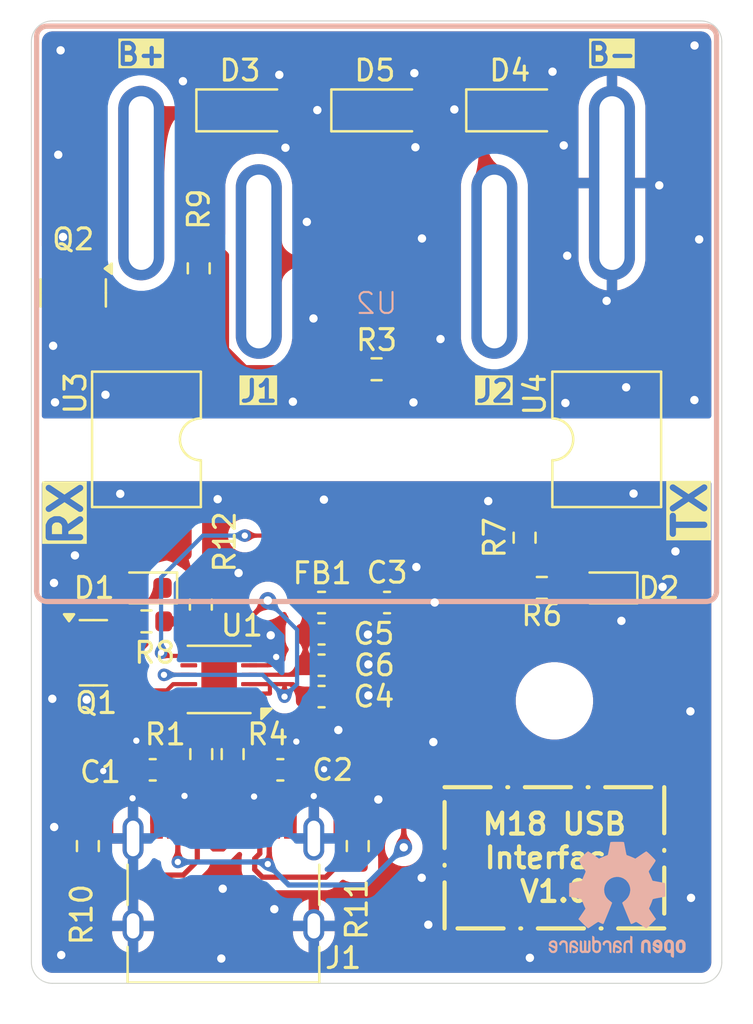
<source format=kicad_pcb>
(kicad_pcb (version 20241229) (generator "pcbnew") (generator_version "9.0")
  (layers (0 "F.Cu" signal) (2 "B.Cu" signal) (13 "F.Paste" user) (15 "B.Paste" user) (5 "F.SilkS" user "F.Silkscreen") (7 "B.SilkS" user "B.Silkscreen") (1 "F.Mask" user) (3 "B.Mask" user) (25 "Edge.Cuts" user))
  (net 0 "")
  (net 1 "/USB_DN")
  (net 2 "GND")
  (net 3 "/USB_DP")
  (net 4 "/5V_IN")
  (net 5 "+3V3")
  (net 6 "+5V")
  (net 7 "Net-(D1-K)")
  (net 8 "Net-(D1-A)")
  (net 9 "Net-(D2-A)")
  (net 10 "/B+")
  (net 11 "GND_ISO")
  (net 12 "/J2")
  (net 13 "/J1")
  (net 15 "/CC2")
  (net 17 "/CC1")
  (net 18 "/~{RX}")
  (net 19 "Net-(Q2-D)")
  (net 20 "/USB_FT_DP")
  (net 21 "/USB_FT_DM")
  (net 22 "/~{TX}")
  (net 23 "Net-(R7-Pad2)")
  (net 24 "Net-(R9-Pad2)")
  (footprint "Resistor_SMD:R_0603_1608Metric" (layer "F.Cu") (at 107.9 113.1)
    (property "Reference" "R6" (at 0 1.3 0) (layer "F.SilkS"))
    (property "Value" "1k")
    (pad "1" smd roundrect (at -0.825 0) (size 0.8 0.95) (layers "F.Cu" "F.Mask" "F.Paste") (net 22 "/~{TX}"))
    (pad "2" smd roundrect (at 0.825 0) (size 0.8 0.95) (layers "F.Cu" "F.Mask" "F.Paste") (net 9 "Net-(D2-A)"))
  )
  (footprint "Capacitor_SMD:C_0603_1608Metric" (layer "F.Cu") (at 89.3 121.795 180)
    (property "Reference" "C1" (at 2.5 -0.105 0) (layer "F.SilkS"))
    (property "Value" "47pF")
    (pad "1" smd roundrect (at -0.775 0 180) (size 0.9 0.95) (layers "F.Cu" "F.Mask" "F.Paste") (net 1 "/USB_DN"))
    (pad "2" smd roundrect (at 0.775 0 180) (size 0.9 0.95) (layers "F.Cu" "F.Mask" "F.Paste") (net 2 "GND"))
  )
  (footprint "Capacitor_SMD:C_0603_1608Metric" (layer "F.Cu") (at 97.37 115.295)
    (property "Reference" "C5" (at 2.5 0 0) (layer "F.SilkS"))
    (property "Value" "4.7uF")
    (pad "1" smd roundrect (at -0.775 0) (size 0.9 0.95) (layers "F.Cu" "F.Mask" "F.Paste") (net 6 "+5V"))
    (pad "2" smd roundrect (at 0.775 0) (size 0.9 0.95) (layers "F.Cu" "F.Mask" "F.Paste") (net 2 "GND"))
  )
  (footprint "Inductor_SMD:L_0603_1608Metric" (layer "F.Cu") (at 97.37 113.8 180)
    (property "Reference" "FB1" (at -0.03 1.4 0) (layer "F.SilkS"))
    (property "Value" "120Ω@100MHz 2A 50mΩ")
    (pad "1" smd roundrect (at -0.7875 0 180) (size 0.875 0.95) (layers "F.Cu" "F.Mask" "F.Paste") (net 4 "/5V_IN"))
    (pad "2" smd roundrect (at 0.7875 0 180) (size 0.875 0.95) (layers "F.Cu" "F.Mask" "F.Paste") (net 6 "+5V"))
  )
  (footprint "Package_DFN_QFN:WDFN-12-1EP_3x3mm_P0.45mm_EP1.7x2.5mm" (layer "F.Cu") (at 92.475 117.475 180)
    (property "Reference" "U1" (at -1.086869 2.575991 0) (layer "F.SilkS"))
    (property "Value" "FT234XD")
    (pad "1" smd roundrect (at -1.45 -1.125 180) (size 0.8 0.2) (layers "F.Cu" "F.Mask" "F.Paste") (net 21 "/USB_FT_DM"))
    (pad "2" smd roundrect (at -1.45 -0.675 180) (size 0.8 0.2) (layers "F.Cu" "F.Mask" "F.Paste") (net 5 "+3V3"))
    (pad "3" smd roundrect (at -1.45 -0.225 180) (size 0.8 0.2) (layers "F.Cu" "F.Mask" "F.Paste") (net 5 "+3V3"))
    (pad "4" smd roundrect (at -1.45 0.225 180) (size 0.8 0.2) (layers "F.Cu" "F.Mask" "F.Paste") (net 6 "+5V"))
    (pad "5" smd roundrect (at -1.45 0.675 180) (size 0.8 0.2) (layers "F.Cu" "F.Mask" "F.Paste") (net 2 "GND"))
    (pad "6" smd roundrect (at -1.45 1.125 180) (size 0.8 0.2) (layers "F.Cu" "F.Mask" "F.Paste"))
    (pad "7" smd roundrect (at 1.45 1.125 180) (size 0.8 0.2) (layers "F.Cu" "F.Mask" "F.Paste") (net 22 "/~{TX}"))
    (pad "8" smd roundrect (at 1.45 0.675 180) (size 0.8 0.2) (layers "F.Cu" "F.Mask" "F.Paste"))
    (pad "9" smd roundrect (at 1.45 0.225 180) (size 0.8 0.2) (layers "F.Cu" "F.Mask" "F.Paste") (net 5 "+3V3"))
    (pad "10" smd roundrect (at 1.45 -0.225 180) (size 0.8 0.2) (layers "F.Cu" "F.Mask" "F.Paste") (net 18 "/~{RX}"))
    (pad "11" smd roundrect (at 1.45 -0.675 180) (size 0.8 0.2) (layers "F.Cu" "F.Mask" "F.Paste"))
    (pad "12" smd roundrect (at 1.45 -1.125 180) (size 0.8 0.2) (layers "F.Cu" "F.Mask" "F.Paste") (net 20 "/USB_FT_DP"))
    (pad "13" smd rect (at 0 0 180) (size 1.7 2.5) (property pad_prop_heatsink) (layers "F.Cu" "F.Mask") (net 2 "GND"))
  )
  (footprint "Resistor_SMD:R_0603_1608Metric" (layer "F.Cu") (at 91.62 121.045 90)
    (property "Reference" "R1" (at 0.945 -1.72 180) (layer "F.SilkS"))
    (property "Value" "27R")
    (pad "1" smd roundrect (at -0.825 0 90) (size 0.8 0.95) (layers "F.Cu" "F.Mask" "F.Paste") (net 1 "/USB_DN"))
    (pad "2" smd roundrect (at 0.825 0 90) (size 0.8 0.95) (layers "F.Cu" "F.Mask" "F.Paste") (net 20 "/USB_FT_DP"))
  )
  (footprint "Package_TO_SOT_SMD:SOT-23" (layer "F.Cu") (at 86.4625 116.2)
    (property "Reference" "Q1" (at 0.1375 2.4 0) (layer "F.SilkS"))
    (property "Value" "2N7002")
    (pad "1" smd roundrect (at -0.9375 -0.95) (size 1.475 0.6) (layers "F.Cu" "F.Mask" "F.Paste") (net 18 "/~{RX}"))
    (pad "2" smd roundrect (at -0.9375 0.95) (size 1.475 0.6) (layers "F.Cu" "F.Mask" "F.Paste") (net 2 "GND"))
    (pad "3" smd roundrect (at 0.9375 0) (size 1.475 0.6) (layers "F.Cu" "F.Mask" "F.Paste") (net 7 "Net-(D1-K)"))
  )
  (footprint "MountingHole:MountingHole_3.2mm_M3" (layer "F.Cu") (at 108.5 118.5)
    (property "Reference" "REF**" (hide yes))
    (property "Value" "MountingHole_3.2mm_M3")
    (pad "" np_thru_hole circle (at 0 0) (size 3.2 3.2) (drill 3.2) (layers "*.Cu" "*.Mask"))
  )
  (footprint "Capacitor_SMD:C_0603_1608Metric" (layer "F.Cu") (at 100.5 113.8)
    (property "Reference" "C3" (at 0 -1.43 0) (layer "F.SilkS"))
    (property "Value" "10nF")
    (pad "1" smd roundrect (at -0.775 0) (size 0.9 0.95) (layers "F.Cu" "F.Mask" "F.Paste") (net 4 "/5V_IN"))
    (pad "2" smd roundrect (at 0.775 0) (size 0.9 0.95) (layers "F.Cu" "F.Mask" "F.Paste") (net 2 "GND"))
  )
  (footprint "LED_SMD:LED_0603_1608Metric" (layer "F.Cu") (at 88.98 113.1 180)
    (property "Reference" "D1" (at 2.48 0 0) (layer "F.SilkS"))
    (property "Value" "RX")
    (pad "1" smd roundrect (at -0.7875 0 180) (size 0.875 0.95) (layers "F.Cu" "F.Mask" "F.Paste") (net 7 "Net-(D1-K)"))
    (pad "2" smd roundrect (at 0.7875 0 180) (size 0.875 0.95) (layers "F.Cu" "F.Mask" "F.Paste") (net 8 "Net-(D1-A)"))
  )
  (footprint "Capacitor_SMD:C_0603_1608Metric" (layer "F.Cu") (at 97.37 116.795)
    (property "Reference" "C6" (at 2.525 0 0) (layer "F.SilkS"))
    (property "Value" "100nF")
    (pad "1" smd roundrect (at -0.775 0) (size 0.9 0.95) (layers "F.Cu" "F.Mask" "F.Paste") (net 6 "+5V"))
    (pad "2" smd roundrect (at 0.775 0) (size 0.9 0.95) (layers "F.Cu" "F.Mask" "F.Paste") (net 2 "GND"))
  )
  (footprint "LED_SMD:LED_0603_1608Metric" (layer "F.Cu") (at 110.98 113.1 180)
    (property "Reference" "D2" (at -2.52 0 0) (layer "F.SilkS"))
    (property "Value" "TX")
    (pad "1" smd roundrect (at -0.7875 0 180) (size 0.875 0.95) (layers "F.Cu" "F.Mask" "F.Paste") (net 2 "GND"))
    (pad "2" smd roundrect (at 0.7875 0 180) (size 0.875 0.95) (layers "F.Cu" "F.Mask" "F.Paste") (net 9 "Net-(D2-A)"))
  )
  (footprint "Diode_SMD:D_SOD-123F" (layer "F.Cu") (at 93.596276 90.275)
    (property "Reference" "D3" (at -0.127 -1.905 0) (layer "F.SilkS"))
    (property "Value" "SMF26CA")
    (pad "1" smd roundrect (at -1.4 0) (size 1.1 1.1) (layers "F.Cu" "F.Mask" "F.Paste") (roundrect_rratio 0.2272727273) (net 10 "/B+"))
    (pad "2" smd roundrect (at 1.4 0) (size 1.1 1.1) (layers "F.Cu" "F.Mask" "F.Paste") (roundrect_rratio 0.2272727273) (net 11 "GND_ISO"))
  )
  (footprint "Package_DIP:SMDIP-4_W9.53mm" (layer "F.Cu") (at 89 106 -90)
    (property "Reference" "U3" (at -2.209387 3.396124 90) (layer "F.SilkS"))
    (property "Value" "LTV-817S")
    (pad "1" smd roundrect (at -4.765 -1.27 270) (size 2 1.78) (layers "F.Cu" "F.Mask" "F.Paste") (roundrect_rratio 0.140449) (net 24 "Net-(R9-Pad2)"))
    (pad "2" smd roundrect (at -4.765 1.27 270) (size 2 1.78) (layers "F.Cu" "F.Mask" "F.Paste") (roundrect_rratio 0.140449) (net 19 "Net-(Q2-D)"))
    (pad "3" smd roundrect (at 4.765 1.27 270) (size 2 1.78) (layers "F.Cu" "F.Mask" "F.Paste") (roundrect_rratio 0.140449) (net 2 "GND"))
    (pad "4" smd roundrect (at 4.765 -1.27 270) (size 2 1.78) (layers "F.Cu" "F.Mask" "F.Paste") (roundrect_rratio 0.140449) (net 18 "/~{RX}"))
  )
  (footprint "Resistor_SMD:R_0603_1608Metric" (layer "F.Cu") (at 86.2 125.44 90)
    (property "Reference" "R10" (at -3.275 -0.3 90) (layer "F.SilkS"))
    (property "Value" "5.1k")
    (pad "1" smd roundrect (at -0.825 0 90) (size 0.8 0.95) (layers "F.Cu" "F.Mask" "F.Paste") (net 17 "/CC1"))
    (pad "2" smd roundrect (at 0.825 0 90) (size 0.8 0.95) (layers "F.Cu" "F.Mask" "F.Paste") (net 2 "GND"))
  )
  (footprint "Diode_SMD:D_SOD-123F" (layer "F.Cu") (at 100.046276 90.275)
    (property "Reference" "D5" (at -0.127 -1.905 0) (layer "F.SilkS"))
    (property "Value" "SMF12CA")
    (pad "1" smd roundrect (at -1.4 0) (size 1.1 1.1) (layers "F.Cu" "F.Mask" "F.Paste") (roundrect_rratio 0.2272727273) (net 13 "/J1"))
    (pad "2" smd roundrect (at 1.4 0) (size 1.1 1.1) (layers "F.Cu" "F.Mask" "F.Paste") (roundrect_rratio 0.2272727273) (net 11 "GND_ISO"))
  )
  (footprint "Resistor_SMD:R_0603_1608Metric" (layer "F.Cu") (at 91.6 113.9 90)
    (property "Reference" "R12" (at 3.001175 1.141607 90) (layer "F.SilkS"))
    (property "Value" "5.1k")
    (pad "1" smd roundrect (at -0.825 0 90) (size 0.8 0.95) (layers "F.Cu" "F.Mask" "F.Paste") (net 5 "+3V3"))
    (pad "2" smd roundrect (at 0.825 0 90) (size 0.8 0.95) (layers "F.Cu" "F.Mask" "F.Paste") (net 18 "/~{RX}"))
  )
  (footprint "Connector_USB:USB_C_Receptacle_XKB_U262-16XN-4BVC11" (layer "F.Cu") (at 92.68 128.18)
    (property "Reference" "J1" (at 5.724582 2.606875 0) (layer "F.SilkS"))
    (property "Value" "USB_C_Receptacle_USB2.0")
    (pad "" np_thru_hole circle (at -2.89 -2.605) (size 0.65 0.65) (drill 0.65) (layers "*.Cu" "*.Mask"))
    (pad "" np_thru_hole circle (at 2.89 -2.605) (size 0.65 0.65) (drill 0.65) (layers "*.Cu" "*.Mask"))
    (pad "A1" smd rect (at -3.35 -3.67) (size 0.3 1.15) (layers "F.Cu" "F.Mask" "F.Paste") (net 2 "GND"))
    (pad "A4" smd rect (at -2.55 -3.67) (size 0.3 1.15) (layers "F.Cu" "F.Mask" "F.Paste") (net 4 "/5V_IN"))
    (pad "A5" smd rect (at -1.25 -3.67) (size 0.3 1.15) (layers "F.Cu" "F.Mask" "F.Paste") (net 17 "/CC1"))
    (pad "A6" smd rect (at -0.25 -3.67) (size 0.3 1.15) (layers "F.Cu" "F.Mask" "F.Paste") (net 3 "/USB_DP"))
    (pad "A7" smd rect (at 0.25 -3.67) (size 0.3 1.15) (layers "F.Cu" "F.Mask" "F.Paste") (net 1 "/USB_DN"))
    (pad "A8" smd rect (at 1.25 -3.67) (size 0.3 1.15) (layers "F.Cu" "F.Mask" "F.Paste"))
    (pad "A9" smd rect (at 2.55 -3.67) (size 0.3 1.15) (layers "F.Cu" "F.Mask" "F.Paste") (net 4 "/5V_IN"))
    (pad "A12" smd rect (at 3.35 -3.67) (size 0.3 1.15) (layers "F.Cu" "F.Mask" "F.Paste") (net 2 "GND"))
    (pad "B1" smd rect (at 3.05 -3.67) (size 0.3 1.15) (layers "F.Cu" "F.Mask" "F.Paste") (net 2 "GND"))
    (pad "B4" smd rect (at 2.25 -3.67) (size 0.3 1.15) (layers "F.Cu" "F.Mask" "F.Paste") (net 4 "/5V_IN"))
    (pad "B5" smd rect (at 1.75 -3.67) (size 0.3 1.15) (layers "F.Cu" "F.Mask" "F.Paste") (net 15 "/CC2"))
    (pad "B6" smd rect (at 0.75 -3.67) (size 0.3 1.15) (layers "F.Cu" "F.Mask" "F.Paste") (net 3 "/USB_DP"))
    (pad "B7" smd rect (at -0.75 -3.67) (size 0.3 1.15) (layers "F.Cu" "F.Mask" "F.Paste") (net 1 "/USB_DN"))
    (pad "B8" smd rect (at -1.75 -3.67) (size 0.3 1.15) (layers "F.Cu" "F.Mask" "F.Paste"))
    (pad "B9" smd rect (at -2.25 -3.67) (size 0.3 1.15) (layers "F.Cu" "F.Mask" "F.Paste") (net 4 "/5V_IN"))
    (pad "B12" smd rect (at -3.05 -3.67) (size 0.3 1.15) (layers "F.Cu" "F.Mask" "F.Paste") (net 2 "GND"))
    (pad "S1" thru_hole oval (at -4.32 -3.105) (size 1 2.1) (drill oval 0.6 1.7) (property pad_prop_heatsink) (layers "*.Cu" "*.Mask") (net 2 "GND"))
    (pad "S1" thru_hole oval (at -4.32 1.075) (size 1 1.6) (drill oval 0.6 1.2) (property pad_prop_heatsink) (layers "*.Cu" "*.Mask") (net 2 "GND"))
    (pad "S1" thru_hole oval (at 4.32 -3.105) (size 1 2.1) (drill oval 0.6 1.7) (property pad_prop_heatsink) (layers "*.Cu" "*.Mask") (net 2 "GND"))
    (pad "S1" thru_hole oval (at 4.32 1.075) (size 1 1.6) (drill oval 0.6 1.2) (property pad_prop_heatsink) (layers "*.Cu" "*.Mask") (net 2 "GND"))
  )
  (footprint "Resistor_SMD:R_0603_1608Metric" (layer "F.Cu") (at 100 102.649563 180)
    (property "Reference" "R3" (at 0 1.395 0) (layer "F.SilkS"))
    (property "Value" "22kR")
    (pad "1" smd roundrect (at -0.825 0 180) (size 0.8 0.95) (layers "F.Cu" "F.Mask" "F.Paste") (net 12 "/J2"))
    (pad "2" smd roundrect (at 0.825 0 180) (size 0.8 0.95) (layers "F.Cu" "F.Mask" "F.Paste") (net 10 "/B+"))
  )
  (footprint "Resistor_SMD:R_0603_1608Metric" (layer "F.Cu") (at 107.075 110.7 90)
    (property "Reference" "R7" (at 0 -1.43 90) (layer "F.SilkS"))
    (property "Value" "1k")
    (pad "1" smd roundrect (at -0.825 0 90) (size 0.8 0.95) (layers "F.Cu" "F.Mask" "F.Paste") (net 22 "/~{TX}"))
    (pad "2" smd roundrect (at 0.825 0 90) (size 0.8 0.95) (layers "F.Cu" "F.Mask" "F.Paste") (net 23 "Net-(R7-Pad2)"))
  )
  (footprint "Resistor_SMD:R_0603_1608Metric" (layer "F.Cu") (at 93.12 121.045 90)
    (property "Reference" "R4" (at 0.945 1.68 180) (layer "F.SilkS"))
    (property "Value" "27R")
    (pad "1" smd roundrect (at -0.825 0 90) (size 0.8 0.95) (layers "F.Cu" "F.Mask" "F.Paste") (net 3 "/USB_DP"))
    (pad "2" smd roundrect (at 0.825 0 90) (size 0.8 0.95) (layers "F.Cu" "F.Mask" "F.Paste") (net 21 "/USB_FT_DM"))
  )
  (footprint "Capacitor_SMD:C_0603_1608Metric" (layer "F.Cu") (at 95.4 121.795)
    (property "Reference" "C2" (at 2.5 0.005 0) (layer "F.SilkS"))
    (property "Value" "47pF")
    (pad "1" smd roundrect (at -0.775 0) (size 0.9 0.95) (layers "F.Cu" "F.Mask" "F.Paste") (net 3 "/USB_DP"))
    (pad "2" smd roundrect (at 0.775 0) (size 0.9 0.95) (layers "F.Cu" "F.Mask" "F.Paste") (net 2 "GND"))
  )
  (footprint "Resistor_SMD:R_0603_1608Metric" (layer "F.Cu") (at 99.1 125.44 90)
    (property "Reference" "R11" (at -3.025 -0.05 90) (layer "F.SilkS"))
    (property "Value" "5.1k")
    (pad "1" smd roundrect (at -0.825 0 90) (size 0.8 0.95) (layers "F.Cu" "F.Mask" "F.Paste") (net 15 "/CC2"))
    (pad "2" smd roundrect (at 0.825 0 90) (size 0.8 0.95) (layers "F.Cu" "F.Mask" "F.Paste") (net 2 "GND"))
  )
  (footprint "Resistor_SMD:R_0603_1608Metric" (layer "F.Cu") (at 89 114.7 180)
    (property "Reference" "R8" (at -0.4 -1.5 0) (layer "F.SilkS"))
    (property "Value" "1k")
    (pad "1" smd roundrect (at -0.825 0 180) (size 0.8 0.95) (layers "F.Cu" "F.Mask" "F.Paste") (net 5 "+3V3"))
    (pad "2" smd roundrect (at 0.825 0 180) (size 0.8 0.95) (layers "F.Cu" "F.Mask" "F.Paste") (net 8 "Net-(D1-A)"))
  )
  (footprint "Package_DIP:SMDIP-4_W9.53mm" (layer "F.Cu") (at 111 106 90)
    (property "Reference" "U4" (at 2.152566 -3.435727 90) (layer "F.SilkS"))
    (property "Value" "LTV-817S")
    (pad "1" smd roundrect (at -4.765 -1.27 90) (size 2 1.78) (layers "F.Cu" "F.Mask" "F.Paste") (roundrect_rratio 0.140449) (net 23 "Net-(R7-Pad2)"))
    (pad "2" smd roundrect (at -4.765 1.27 90) (size 2 1.78) (layers "F.Cu" "F.Mask" "F.Paste") (roundrect_rratio 0.140449) (net 2 "GND"))
    (pad "3" smd roundrect (at 4.765 1.27 90) (size 2 1.78) (layers "F.Cu" "F.Mask" "F.Paste") (roundrect_rratio 0.140449) (net 11 "GND_ISO"))
    (pad "4" smd roundrect (at 4.765 -1.27 90) (size 2 1.78) (layers "F.Cu" "F.Mask" "F.Paste") (roundrect_rratio 0.140449) (net 12 "/J2"))
  )
  (footprint "Resistor_SMD:R_0603_1608Metric" (layer "F.Cu") (at 91.5 97.825 -90)
    (property "Reference" "R9" (at -2.825 0 90) (layer "F.SilkS"))
    (property "Value" "5.1k")
    (pad "1" smd roundrect (at -0.825 0 270) (size 0.8 0.95) (layers "F.Cu" "F.Mask" "F.Paste") (net 10 "/B+"))
    (pad "2" smd roundrect (at 0.825 0 270) (size 0.8 0.95) (layers "F.Cu" "F.Mask" "F.Paste") (net 24 "Net-(R9-Pad2)"))
  )
  (footprint "Capacitor_SMD:C_0603_1608Metric" (layer "F.Cu") (at 97.37 118.295)
    (property "Reference" "C4" (at 2.5 0 0) (layer "F.SilkS"))
    (property "Value" "100nF")
    (pad "1" smd roundrect (at -0.775 0) (size 0.9 0.95) (layers "F.Cu" "F.Mask" "F.Paste") (net 5 "+3V3"))
    (pad "2" smd roundrect (at 0.775 0) (size 0.9 0.95) (layers "F.Cu" "F.Mask" "F.Paste") (net 2 "GND"))
  )
  (footprint "Diode_SMD:D_SOD-123F" (layer "F.Cu") (at 106.496276 90.275)
    (property "Reference" "D4" (at -0.127 -1.905 0) (layer "F.SilkS"))
    (property "Value" "SMF26CA")
    (pad "1" smd roundrect (at -1.4 0) (size 1.1 1.1) (layers "F.Cu" "F.Mask" "F.Paste") (roundrect_rratio 0.2272727273) (net 12 "/J2"))
    (pad "2" smd roundrect (at 1.4 0) (size 1.1 1.1) (layers "F.Cu" "F.Mask" "F.Paste") (roundrect_rratio 0.2272727273) (net 11 "GND_ISO"))
  )
  (footprint "Package_TO_SOT_SMD:SOT-23" (layer "F.Cu") (at 85.5 99 -90)
    (property "Reference" "Q2" (at -2.5625 0 180) (layer "F.SilkS"))
    (property "Value" "2N7002")
    (pad "1" smd roundrect (at -0.9375 -0.95 270) (size 1.475 0.6) (layers "F.Cu" "F.Mask" "F.Paste") (net 13 "/J1"))
    (pad "2" smd roundrect (at -0.9375 0.95 270) (size 1.475 0.6) (layers "F.Cu" "F.Mask" "F.Paste") (net 11 "GND_ISO"))
    (pad "3" smd roundrect (at 0.9375 0 270) (size 1.475 0.6) (layers "F.Cu" "F.Mask" "F.Paste") (net 19 "Net-(Q2-D)"))
  )
  (footprint "M18_USB_Interface:M18_Battery_Interface" (layer "B.Cu") (at 100 100 180)
    (property "Reference" "U2" (at 0 0.5 0) (layer "B.SilkS") (effects (font (thickness 0.1)) (justify mirror)))
    (property "Value" "M18")
    (pad "1" thru_hole oval (at -11.25 6.25 180) (size 2.2 9.3) (drill oval 1.2 8.3) (layers "*.Cu" "*.Mask") (net 11 "GND_ISO"))
    (pad "2" thru_hole oval (at -5.63 2.5 180) (size 2.2 9.3) (drill oval 1.2 8.3) (layers "*.Cu" "*.Mask") (net 12 "/J2"))
    (pad "4" thru_hole oval (at 5.63 2.5 180) (size 2.2 9.3) (drill oval 1.2 8.3) (layers "*.Cu" "*.Mask") (net 13 "/J1"))
    (pad "5" thru_hole oval (at 11.25 6.25 180) (size 2.2 9.3) (drill oval 1.2 8.3) (layers "*.Cu" "*.Mask") (net 10 "/B+"))
  )
  (footprint "Symbol:OSHW-Logo2_7.3x6mm_SilkScreen" (layer "B.Cu") (at 111.5 128 180)
    (property "Reference" "REF**" (hide yes))
    (property "Value" "OSHW-Logo2_7.3x6mm_SilkScreen" (hide yes))
  )
  (gr_arc (start 83.5 87) (mid 83.792893 86.292893) (end 84.5 86) (stroke (width 0.05)) (layer "Edge.Cuts"))
  (gr_line (start 83.5 87) (end 83.5 131) (stroke (width 0.05)) (layer "Edge.Cuts"))
  (gr_line (start 116.5 131) (end 116.5 87) (stroke (width 0.05)) (layer "Edge.Cuts"))
  (gr_arc (start 116.5 131) (mid 116.207107 131.707107) (end 115.5 132) (stroke (width 0.05)) (layer "Edge.Cuts"))
  (gr_line (start 84.5 132) (end 115.5 132) (stroke (width 0.05)) (layer "Edge.Cuts"))
  (gr_arc (start 84.5 132) (mid 83.792893 131.707107) (end 83.5 131) (stroke (width 0.05)) (layer "Edge.Cuts"))
  (gr_arc (start 115.5 86) (mid 116.207107 86.292893) (end 116.5 87) (stroke (width 0.05)) (layer "Edge.Cuts"))
  (gr_line (start 115.5 86) (end 84.5 86) (stroke (width 0.05)) (layer "Edge.Cuts"))
  (gr_text "RX" (at 85.152751 109.572094 90) (layer "F.SilkS" knockout) (effects (font (size 1.5 1.5) (thickness 0.3) (bold yes))))
  (gr_text "TX" (at 114.982086 109.369837 90) (layer "F.SilkS" knockout) (effects (font (size 1.5 1.5) (thickness 0.3) (bold yes))))
  (gr_text "B-" (at 111.25 87.6 0) (layer "F.SilkS" knockout) (effects (font (size 1 1) (thickness 0.2) (bold yes))))
  (gr_text "J2" (at 105.63 103.7 0) (layer "F.SilkS" knockout) (effects (font (size 1 1) (thickness 0.2) (bold yes))))
  (gr_text "J1" (at 94.37 103.7 0) (layer "F.SilkS" knockout) (effects (font (size 1 1) (thickness 0.2) (bold yes))))
  (gr_text "B+" (at 88.75 87.6 0) (layer "F.SilkS" knockout) (effects (font (size 1 1) (thickness 0.2) (bold yes))))
  (gr_text_box "M18 USB Interface\nV1.0" (start 103.25 122.625) (end 113.75 129.375) (margins 1.0025 1.0025 1.0025 1.0025) (layer "F.SilkS") (effects (font (size 1 1) (thickness 0.2) (bold yes))) (border yes) (stroke (width 0.2) (type dash_dot)))
  (segment (start 92.665343 125.6) (end 92.93 125.335343) (width 0.2) (layer "F.Cu") (net 1))
  (segment (start 91.93 125.33) (end 92.2 125.6) (width 0.2) (layer "F.Cu") (net 1))
  (segment (start 92 123.4) (end 91.93 123.47) (width 0.25) (layer "F.Cu") (net 1))
  (segment (start 92.2 125.6) (end 92.665343 125.6) (width 0.2) (layer "F.Cu") (net 1))
  (segment (start 91.93 123.47) (end 91.93 124.51) (width 0.25) (layer "F.Cu") (net 1))
  (segment (start 91.93 124.51) (end 91.93 125.33) (width 0.2) (layer "F.Cu") (net 1))
  (segment (start 92 122.25) (end 91.62 121.87) (width 0.4) (layer "F.Cu") (net 1))
  (segment (start 91.545 121.795) (end 91.62 121.87) (width 0.4) (layer "F.Cu") (net 1))
  (segment (start 92.93 125.335343) (end 92.93 124.51) (width 0.2) (layer "F.Cu") (net 1))
  (segment (start 92 123.4) (end 92 122.25) (width 0.4) (layer "F.Cu") (net 1))
  (segment (start 90.075 121.795) (end 91.545 121.795) (width 0.4) (layer "F.Cu") (net 1))
  (segment (start 87.315222 124.935679) (end 87.290252 124.910709) (width 0.25) (layer "F.Cu") (net 2))
  (segment (start 89.385154 124.320752) (end 89.486879 124.422477) (width 0.4) (layer "F.Cu") (net 2))
  (segment (start 98.107281 124.892719) (end 98.067329 124.852767) (width 0.25) (layer "F.Cu") (net 2))
  (segment (start 93.925 116.8) (end 94.8 116.8) (width 0.2) (layer "F.Cu") (net 2))
  (segment (start 97.925 125.075) (end 98.107281 124.892719) (width 0.25) (layer "F.Cu") (net 2))
  (segment (start 95.972362 123.427638) (end 95.972362 124.437946) (width 0.4) (layer "F.Cu") (net 2))
  (segment (start 88.525 121.795) (end 88.525 122.725) (width 0.4) (layer "F.Cu") (net 2))
  (segment (start 97 125.075) (end 97.925 125.075) (width 0.25) (layer "F.Cu") (net 2))
  (segment (start 94.8 116.8) (end 95.2 116.4) (width 0.2) (layer "F.Cu") (net 2))
  (segment (start 87.454543 125.075) (end 87.315222 124.935679) (width 0.25) (layer "F.Cu") (net 2))
  (segment (start 88.525 122.725) (end 89.385154 123.585154) (width 0.4) (layer "F.Cu") (net 2))
  (segment (start 96.175 123.225) (end 95.972362 123.427638) (width 0.4) (layer "F.Cu") (net 2))
  (segment (start 98.107281 124.892719) (end 99.139923 124.892719) (width 0.25) (layer "F.Cu") (net 2))
  (segment (start 95.972362 124.437946) (end 95.883933 124.526375) (width 0.4) (layer "F.Cu") (net 2))
  (segment (start 99.1 124.852796) (end 99.1 124.615) (width 0.25) (layer "F.Cu") (net 2))
  (segment (start 89.486879 124.422477) (end 89.486879 124.49225) (width 0.4) (layer "F.Cu") (net 2))
  (segment (start 89.385154 123.585154) (end 89.385154 124.320752) (width 0.4) (layer "F.Cu") (net 2))
  (segment (start 88.36 125.075) (end 87.454543 125.075) (width 0.25) (layer "F.Cu") (net 2))
  (segment (start 99.139923 124.892719) (end 99.1 124.852796) (width 0.25) (layer "F.Cu") (net 2))
  (segment (start 96.175 121.795) (end 96.175 123.225) (width 0.4) (layer "F.Cu") (net 2))
  (segment (start 98.067329 124.852767) (end 98.067329 124.147233) (width 0.25) (layer "F.Cu") (net 2))
  (segment (start 87.290252 124.910709) (end 87.290252 124.066725) (width 0.25) (layer "F.Cu") (net 2))
  (via (at 84.5 118.4) (size 0.8) (drill 0.4) (layers "F.Cu" "B.Cu") (net 2))
  (via (at 84.926801 130.646879) (size 0.8) (drill 0.4) (layers "F.Cu" "B.Cu") (net 2))
  (via (at 90.818793 123.042577) (size 0.6) (drill 0.3) (layers "F.Cu" "B.Cu") (net 2))
  (via (at 88.516346 120.402787) (size 0.6) (drill 0.3) (layers "F.Cu" "B.Cu") (net 2))
  (via (at 115 119) (size 0.8) (drill 0.4) (layers "F.Cu" "B.Cu") (net 2))
  (via (at 99.6102 116.757494) (size 0.8) (drill 0.4) (layers "F.Cu" "B.Cu") (net 2))
  (via (at 92.578839 130.815426) (size 0.8) (drill 0.4) (layers "F.Cu" "B.Cu") (net 2))
  (via (at 86.934438 121.853689) (size 0.6) (drill 0.3) (layers "F.Cu" "B.Cu") (net 2))
  (via (at 94.939908 115.36377) (size 0.8) (drill 0.4) (layers "F.Cu" "B.Cu") (net 2))
  (via (at 107.326709 130.781717) (size 0.8) (drill 0.4) (layers "F.Cu" "B.Cu") (net 2))
  (via (at 88.336212 123.153933) (size 0.6) (drill 0.3) (layers "F.Cu" "B.Cu") (net 2))
  (via (at 113.669194 113.051142) (size 0.8) (drill 0.4) (layers "F.Cu" "B.Cu") (net 2))
  (via (at 85.5824 111.546841) (size 0.8) (drill 0.4) (layers "F.Cu" "B.Cu") (net 2))
  (via (at 99.6102 118.240709) (size 0.8) (drill 0.4) (layers "F.Cu" "B.Cu") (net 2))
  (via (at 98.171931 119.89247) (size 0.8) (drill 0.4) (layers "F.Cu" "B.Cu") (net 2))
  (via (at 97.489531 121.76832) (size 0.6) (drill 0.3) (layers "F.Cu" "B.Cu") (net 2))
  (via (at 99.587727 115.330462) (size 0.8) (drill 0.4) (layers "F.Cu" "B.Cu") (net 2))
  (via (at 102.713124 120.466566) (size 0.8) (drill 0.4) (layers "F.Cu" "B.Cu") (net 2))
  (via (at 102.472553 129.197374) (size 0.8) (drill 0.4) (layers "F.Cu" "B.Cu") (net 2))
  (via (at 87.747563 108.603699) (size 0.8) (drill 0.4) (layers "F.Cu" "B.Cu") (net 2))
  (via (at 112.282761 108.592869) (size 0.8) (drill 0.4) (layers "F.Cu" "B.Cu") (net 2))
  (via (at 93.404006 112.387773) (size 0.8) (drill 0.4) (layers "F.Cu" "B.Cu") (net 2))
  (via (at 101.901163 112.101036) (size 0.8) (drill 0.4) (layers "F.Cu" "B.Cu") (net 2))
  (via (at 114.284275 111.354437) (size 0.8) (drill 0.4) (layers "F.Cu" "B.Cu") (net 2))
  (via (at 84.589707 124.52862) (size 0.8) (drill 0.4) (layers "F.Cu" "B.Cu") (net 2))
  (via (at 96.996968 123.049342) (size 0.6) (drill 0.3) (layers "F.Cu" "B.Cu") (net 2))
  (via (at 92.646258 127.478194) (size 0.8) (drill 0.4) (layers "F.Cu" "B.Cu") (net 2))
  (via (at 115.029311 127.916416) (size 0.8) (drill 0.4) (layers "F.Cu" "B.Cu") (net 2))
  (via (at 100.08379 123.213884) (size 0.8) (drill 0.4) (layers "F.Cu" "B.Cu") (net 2))
  (via (at 95.2 116.4) (size 0.6) (drill 0.3) (layers "F.Cu" "B.Cu") (net 2))
  (via (at 84.579999 112.862897) (size 0.8) (drill 0.4) (layers "F.Cu" "B.Cu") (net 2))
  (via (at 96.164645 120.446281) (size 0.6) (drill 0.3) (layers "F.Cu" "B.Cu") (net 2))
  (via (at 97.482846 108.881994) (size 0.8) (drill 0.4) (layers "F.Cu" "B.Cu") (net 2))
  (via (at 102.777608 113.797743) (size 0.8) (drill 0.4) (layers "F.Cu" "B.Cu") (net 2))
  (via (at 94.143668 123.072482) (size 0.6) (drill 0.3) (layers "F.Cu" "B.Cu") (net 2))
  (via (at 111.701563 114.674188) (size 0.8) (drill 0.4) (layers "F.Cu" "B.Cu") (net 2))
  (via (at 95.111651 128.455698) (size 0.8) (drill 0.4) (layers "F.Cu" "B.Cu") (net 2))
  (via (at 86.14292 118.440072) (size 0.8) (drill 0.4) (layers "F.Cu" "B.Cu") (net 2))
  (via (at 105.33714 108.949412) (size 0.8) (drill 0.4) (layers "F.Cu" "B.Cu") (net 2))
  (via (at 102.156919 126.955629) (size 0.8) (drill 0.4) (layers "F.Cu" "B.Cu") (net 2))
  (via (at 92.40396 108.859521) (size 0.8) (drill 0.4) (layers "F.Cu" "B.Cu") (net 2))
  (segment (start 94.625 121.795) (end 93.195 121.795) (width 0.4) (layer "F.Cu") (net 3))
  (segment (start 92.7 122.29) (end 93.12 121.87) (width 0.4) (layer "F.Cu") (net 3))
  (segment (start 92.7 123.4) (end 92.7 122.29) (width 0.4) (layer "F.Cu") (net 3))
  (segment (start 93.195 121.795) (end 93.12 121.87) (width 0.4) (layer "F.Cu") (net 3))
  (segment (start 93.43 123.73) (end 93.43 124.51) (width 0.2) (layer "F.Cu") (net 3))
  (segment (start 92.7 123.4) (end 92.9 123.4) (width 0.2) (layer "F.Cu") (net 3))
  (segment (start 92.43 123.67) (end 92.7 123.4) (width 0.2) (layer "F.Cu") (net 3))
  (segment (start 93.1 123.4) (end 93.43 123.73) (width 0.2) (layer "F.Cu") (net 3))
  (segment (start 92.43 124.51) (end 92.43 123.67) (width 0.2) (layer "F.Cu") (net 3))
  (segment (start 92.9 123.4) (end 93.1 123.4) (width 0.2) (layer "F.Cu") (net 3))
  (segment (start 101.3 125.5) (end 101.3 115.375) (width 0.25) (layer "F.Cu") (net 4))
  (segment (start 94.869 125.284636) (end 94.869 126.231) (width 0.25) (layer "F.Cu") (net 4))
  (segment (start 94.906 124.534) (end 94.906 125.247636) (width 0.25) (layer "F.Cu") (net 4))
  (segment (start 94.869 126.231) (end 94.8 126.3) (width 0.25) (layer "F.Cu") (net 4))
  (segment (start 98.1575 113.8) (end 99.725 113.8) (width 0.25) (layer "F.Cu") (net 4))
  (segment (start 94.93 124.51) (end 94.906 124.534) (width 0.25) (layer "F.Cu") (net 4))
  (segment (start 90.5 125.293636) (end 90.5 126.2) (width 0.25) (layer "F.Cu") (net 4))
  (segment (start 95.23 124.51) (end 94.93 124.51) (width 0.25) (layer "F.Cu") (net 4))
  (segment (start 90.13 124.51) (end 90.13 124.923636) (width 0.25) (layer "F.Cu") (net 4))
  (segment (start 94.906 125.247636) (end 94.869 125.284636) (width 0.25) (layer "F.Cu") (net 4))
  (segment (start 90.13 124.923636) (end 90.5 125.293636) (width 0.25) (layer "F.Cu") (net 4))
  (segment (start 101.3 115.375) (end 99.725 113.8) (width 0.25) (layer "F.Cu") (net 4))
  (via (at 94.8 126.3) (size 0.6) (drill 0.3) (layers "F.Cu" "B.Cu") (net 4))
  (via (at 90.5 126.2) (size 0.6) (drill 0.3) (layers "F.Cu" "B.Cu") (net 4))
  (via (at 101.3 125.5) (size 0.8) (drill 0.4) (layers "F.Cu" "B.Cu") (net 4))
  (segment (start 94.7 126.2) (end 94.8 126.3) (width 0.25) (layer "B.Cu") (net 4))
  (segment (start 98.3 127.3) (end 99.5 127.3) (width 0.25) (layer "B.Cu") (net 4))
  (segment (start 95.8 127.3) (end 98.3 127.3) (width 0.25) (layer "B.Cu") (net 4))
  (segment (start 99.5 127.3) (end 101.3 125.5) (width 0.25) (layer "B.Cu") (net 4))
  (segment (start 94.8 126.3) (end 95.8 127.3) (width 0.25) (layer "B.Cu") (net 4))
  (segment (start 90.5 126.2) (end 94.7 126.2) (width 0.25) (layer "B.Cu") (net 4))
  (segment (start 91.575 114.7) (end 91.6 114.725) (width 0.25) (layer "F.Cu") (net 5))
  (segment (start 94.9 117.7) (end 95.6 117.7) (width 0.2) (layer "F.Cu") (net 5))
  (segment (start 93.775 114.725) (end 91.6 114.725) (width 0.25) (layer "F.Cu") (net 5))
  (segment (start 93.925 117.7) (end 94.9 117.7) (width 0.2) (layer "F.Cu") (net 5))
  (segment (start 95.6 117.7) (end 96 117.7) (width 0.2) (layer "F.Cu") (net 5))
  (segment (start 96 117.7) (end 96.595 118.295) (width 0.2) (layer "F.Cu") (net 5))
  (segment (start 94.750309 118.150309) (end 94.891741 118.150309) (width 0.2) (layer "F.Cu") (net 5))
  (segment (start 89.825 114.7) (end 91.575 114.7) (width 0.25) (layer "F.Cu") (net 5))
  (segment (start 91.025 117.25) (end 89.841334 117.25) (width 0.2) (layer "F.Cu") (net 5))
  (segment (start 89.841334 117.25) (end 89.83628 117.255054) (width 0.2) (layer "F.Cu") (net 5))
  (segment (start 94.75 118.15) (end 94.750309 118.150309) (width 0.2) (layer "F.Cu") (net 5))
  (segment (start 93.925 118.15) (end 94.75 118.15) (width 0.2) (layer "F.Cu") (net 5))
  (segment (start 94.8 113.7) (end 93.775 114.725) (width 0.25) (layer "F.Cu") (net 5))
  (segment (start 94.9 118.14205) (end 94.9 117.7) (width 0.2) (layer "F.Cu") (net 5))
  (segment (start 94.891741 118.150309) (end 94.9 118.14205) (width 0.2) (layer "F.Cu") (net 5))
  (segment (start 95.6 118.3) (end 95.6 117.7) (width 0.2) (layer "F.Cu") (net 5))
  (via (at 94.8 113.7) (size 0.8) (drill 0.4) (layers "F.Cu" "B.Cu") (net 5))
  (via (at 95.6 118.3) (size 0.6) (drill 0.3) (layers "F.Cu" "B.Cu") (net 5))
  (via (at 89.83628 117.255054) (size 0.6) (drill 0.3) (layers "F.Cu" "B.Cu") (net 5))
  (segment (start 96.2 115.1) (end 94.8 113.7) (width 0.2) (layer "B.Cu") (net 5))
  (segment (start 89.83628 117.255054) (end 94.555054 117.255054) (width 0.2) (layer "B.Cu") (net 5))
  (segment (start 95.6 118.3) (end 96.2 117.7) (width 0.2) (layer "B.Cu") (net 5))
  (segment (start 94.555054 117.255054) (end 95.6 118.3) (width 0.2) (layer "B.Cu") (net 5))
  (segment (start 96.2 117.7) (end 96.2 115.1) (width 0.2) (layer "B.Cu") (net 5))
  (segment (start 93.925 117.25) (end 96.14 117.25) (width 0.2) (layer "F.Cu") (net 6))
  (segment (start 96.595 116.795) (end 96.595 115.295) (width 0.2) (layer "F.Cu") (net 6))
  (segment (start 96.5825 115.2825) (end 96.595 115.295) (width 0.25) (layer "F.Cu") (net 6))
  (segment (start 96.5825 113.8) (end 96.5825 115.2825) (width 0.25) (layer "F.Cu") (net 6))
  (segment (start 96.14 117.25) (end 96.595 116.795) (width 0.2) (layer "F.Cu") (net 6))
  (segment (start 89 115.8) (end 89 113.8675) (width 0.2) (layer "F.Cu") (net 7))
  (segment (start 88.6 116.2) (end 89 115.8) (width 0.2) (layer "F.Cu") (net 7))
  (segment (start 87.4 116.2) (end 88.6 116.2) (width 0.2) (layer "F.Cu") (net 7))
  (segment (start 89 113.8675) (end 89.7675 113.1) (width 0.2) (layer "F.Cu") (net 7))
  (segment (start 88.175 113.1175) (end 88.1925 113.1) (width 0.2) (layer "F.Cu") (net 8))
  (segment (start 88.175 114.7) (end 88.175 113.1175) (width 0.2) (layer "F.Cu") (net 8))
  (segment (start 108.725 113.1) (end 110.1925 113.1) (width 0.2) (layer "F.Cu") (net 9))
  (segment (start 92.75 97.212639) (end 92.537361 97) (width 0.4) (layer "F.Cu") (net 10))
  (segment (start 99.175 102.649563) (end 93.693777 102.649563) (width 0.4) (layer "F.Cu") (net 10))
  (segment (start 91.5 93.25) (end 91.5 97) (width 0.4) (layer "F.Cu") (net 10))
  (segment (start 92.196276 92.553724) (end 91.5 93.25) (width 0.4) (layer "F.Cu") (net 10))
  (segment (start 93.693777 102.649563) (end 92.75 101.705786) (width 0.4) (layer "F.Cu") (net 10))
  (segment (start 92.196276 90.275) (end 92.196276 92.553724) (width 0.4) (layer "F.Cu") (net 10))
  (segment (start 92.75 101.705786) (end 92.75 97.212639) (width 0.4) (layer "F.Cu") (net 10))
  (segment (start 88.75 93.75) (end 88.75 90.75) (width 0.4) (layer "F.Cu") (net 10))
  (segment (start 89.225 90.275) (end 92.196276 90.275) (width 0.4) (layer "F.Cu") (net 10))
  (segment (start 88.75 90.75) (end 89.225 90.275) (width 0.4) (layer "F.Cu") (net 10))
  (segment (start 92.537361 97) (end 91.5 97) (width 0.4) (layer "F.Cu") (net 10))
  (segment (start 112.27 101.235) (end 112.27 101.065305) (width 0.4) (layer "F.Cu") (net 11))
  (via (at 109.111282 97.222611) (size 0.8) (drill 0.4) (layers "F.Cu" "B.Cu") (net 11))
  (via (at 101.855349 92.037724) (size 0.8) (drill 0.4) (layers "F.Cu" "B.Cu") (net 11))
  (via (at 110.995486 99.380384) (size 0.8) (drill 0.4) (layers "F.Cu" "B.Cu") (net 11))
  (via (at 103.054995 101.205514) (size 0.8) (drill 0.4) (layers "F.Cu" "B.Cu") (net 11))
  (via (at 96 104.2) (size 0.8) (drill 0.4) (layers "F.Cu" "B.Cu") (net 11))
  (via (at 87.041205 103.868086) (size 0.8) (drill 0.4) (layers "F.Cu" "B.Cu") (net 11))
  (via (at 111.929129 103.512008) (size 0.8) (drill 0.4) (layers "F.Cu" "B.Cu") (net 11))
  (via (at 84.784251 92.396012) (size 0.8) (drill 0.4) (layers "F.Cu" "B.Cu") (net 11))
  (via (at 115.198351 87.174944) (size 0.8) (drill 0.4) (layers "F.Cu" "B.Cu") (net 11))
  (via (at 96.982942 100.221617) (size 0.8) (drill 0.4) (layers "F.Cu" "B.Cu") (net 11))
  (via (at 103.716946 90.23235) (size 0.8) (drill 0.4) (layers "F.Cu" "B.Cu") (net 11))
  (via (at 95.34983 88.575691) (size 0.8) (drill 0.4) (layers "F.Cu" "B.Cu") (net 11))
  (via (at 115.190047 104.121088) (size 0.8) (drill 0.4) (layers "F.Cu" "B.Cu") (net 11))
  (via (at 113.511669 93.858419) (size 0.8) (drill 0.4) (layers "F.Cu" "B.Cu") (net 11))
  (via (at 90.743874 88.881307) (size 0.8) (drill 0.4) (layers "F.Cu" "B.Cu") (net 11))
  (via (at 84.896696 87.406246) (size 0.8) (drill 0.4) (layers "F.Cu" "B.Cu") (net 11))
  (via (at 109.024289 104.261645) (size 0.8) (drill 0.4) (layers "F.Cu" "B.Cu") (net 11))
  (via (at 84.629639 104.230895) (size 0.8) (drill 0.4) (layers "F.Cu" "B.Cu") (net 11))
  (via (at 101.762188 104.233533) (size 0.8) (drill 0.4) (layers "F.Cu" "B.Cu") (net 11))
  (via (at 84.5393 101.528203) (size 0.8) (drill 0.4) (layers "F.Cu" "B.Cu") (net 11))
  (via (at 108.946052 91.950145) (size 0.8) (drill 0.4) (layers "F.Cu" "B.Cu") (net 11))
  (via (at 101.805373 88.495692) (size 0.8) (drill 0.4) (layers "F.Cu" "B.Cu") (net 11))
  (via (at 85.012372 96.325084) (size 0.8) (drill 0.4) (layers "F.Cu" "B.Cu") (net 11))
  (via (at 108.408933 88.425763) (size 0.8) (drill 0.4) (layers "F.Cu" "B.Cu") (net 11))
  (via (at 102.169487 96.398472) (size 0.8) (drill 0.4) (layers "F.Cu" "B.Cu") (net 11))
  (via (at 115.4186 96.442889) (size 0.8) (drill 0.4) (layers "F.Cu" "B.Cu") (net 11))
  (via (at 95.643437 92.061499) (size 0.8) (drill 0.4) (layers "F.Cu" "B.Cu") (net 11))
  (via (at 96.666121 95.606169) (size 0.8) (drill 0.4) (layers "F.Cu" "B.Cu") (net 11))
  (via (at 97.167698 90.262372) (size 0.8) (drill 0.4) (layers "F.Cu" "B.Cu") (net 11))
  (segment (start 107.504185 103.5) (end 109.73 101.274185) (width 0.4) (layer "F.Cu") (net 12))
  (segment (start 107.8 92.8) (end 107.8 99.305) (width 0.4) (layer "F.Cu") (net 12))
  (segment (start 106.5 91.5) (end 107.8 92.8) (width 0.4) (layer "F.Cu") (net 12))
  (segment (start 109.73 101.274185) (end 109.73 101.235) (width 0.4) (layer "F.Cu") (net 12))
  (segment (start 105.63 97.5) (end 105.63 100.919029) (width 0.4) (layer "F.Cu") (net 12))
  (segment (start 102.399563 102.649563) (end 103.25 103.5) (width 0.4) (layer "F.Cu") (net 12))
  (segment (start 105.096276 90.275) (end 106.275 90.275) (width 0.4) (layer "F.Cu") (net 12))
  (segment (start 105.63 100.919029) (end 105.945971 101.235) (width 0.4) (layer "F.Cu") (net 12))
  (segment (start 107.8 99.305) (end 109.73 101.235) (width 0.4) (layer "F.Cu") (net 12))
  (segment (start 106.275 90.275) (end 106.5 90.5) (width 0.4) (layer "F.Cu") (net 12))
  (segment (start 103.25 103.5) (end 107.504185 103.5) (width 0.4) (layer "F.Cu") (net 12))
  (segment (start 105.096276 96.966276) (end 105.096276 90.678724) (width 0.4) (layer "F.Cu") (net 12))
  (segment (start 100.825 102.649563) (end 102.399563 102.649563) (width 0.4) (layer "F.Cu") (net 12))
  (segment (start 105.63 97.5) (end 105.096276 96.966276) (width 0.4) (layer "F.Cu") (net 12))
  (segment (start 106.5 90.5) (end 106.5 91.5) (width 0.4) (layer "F.Cu") (net 12))
  (segment (start 97.6 97.5) (end 98.646276 96.453724) (width 0.4) (layer "F.Cu") (net 13))
  (segment (start 98.646276 90.275) (end 98.646276 88.896276) (width 0.4) (layer "F.Cu") (net 13))
  (segment (start 94.37 97.5) (end 97.6 97.5) (width 0.4) (layer "F.Cu") (net 13))
  (segment (start 98.646276 88.896276) (end 97.5 87.75) (width 0.4) (layer "F.Cu") (net 13))
  (segment (start 97.5 87.75) (end 87.75 87.75) (width 0.4) (layer "F.Cu") (net 13))
  (segment (start 87.75 87.75) (end 86.45 89.05) (width 0.4) (layer "F.Cu") (net 13))
  (segment (start 94.37 94.917845) (end 94.787845 94.5) (width 0.4) (layer "F.Cu") (net 13))
  (segment (start 94.37 97.5) (end 94.37 94.917845) (width 0.4) (layer "F.Cu") (net 13))
  (segment (start 86.45 89.05) (end 86.45 98.0625) (width 0.4) (layer "F.Cu") (net 13))
  (segment (start 98.646276 96.453724) (end 98.646276 90.275) (width 0.4) (layer "F.Cu") (net 13))
  (segment (start 94.174 126.040702) (end 94.174 126.559298) (width 0.25) (layer "F.Cu") (net 15))
  (segment (start 94.418 125.796702) (end 94.174 126.040702) (width 0.25) (layer "F.Cu") (net 15))
  (segment (start 94.540702 126.926) (end 97.574 126.926) (width 0.25) (layer "F.Cu") (net 15))
  (segment (start 98.235 126.265) (end 99.1 126.265) (width 0.25) (layer "F.Cu") (net 15))
  (segment (start 94.174 126.559298) (end 94.540702 126.926) (width 0.25) (layer "F.Cu") (net 15))
  (segment (start 97.574 126.926) (end 98.235 126.265) (width 0.25) (layer "F.Cu") (net 15))
  (segment (start 94.418 124.522) (end 94.418 125.796702) (width 0.25) (layer "F.Cu") (net 15))
  (segment (start 94.43 124.51) (end 94.418 124.522) (width 0.25) (layer "F.Cu") (net 15))
  (segment (start 87.726 126.826) (end 87.165 126.265) (width 0.25) (layer "F.Cu") (net 17))
  (segment (start 87.165 126.265) (end 86.2 126.265) (width 0.25) (layer "F.Cu") (net 17))
  (segment (start 91.43 126.155298) (end 90.759298 126.826) (width 0.25) (layer "F.Cu") (net 17))
  (segment (start 90.759298 126.826) (end 87.726 126.826) (width 0.25) (layer "F.Cu") (net 17))
  (segment (start 91.43 124.51) (end 91.43 126.155298) (width 0.25) (layer "F.Cu") (net 17))
  (segment (start 91.6 112.8) (end 90.27 111.47) (width 0.25) (layer "F.Cu") (net 18))
  (segment (start 91.025 117.7) (end 90.276632 117.7) (width 0.2) (layer "F.Cu") (net 18))
  (segment (start 87 112.2) (end 88.835 112.2) (width 0.2) (layer "F.Cu") (net 18))
  (segment (start 85.525 115.25) (end 85.525 113.675) (width 0.2) (layer "F.Cu") (net 18))
  (segment (start 85.525 113.675) (end 87 112.2) (width 0.2) (layer "F.Cu") (net 18))
  (segment (start 90.276632 117.7) (end 89.976632 118) (width 0.2) (layer "F.Cu") (net 18))
  (segment (start 87.8 118) (end 85.9 116.1) (width 0.2) (layer "F.Cu") (net 18))
  (segment (start 91.6 113.075) (end 91.6 112.8) (width 0.25) (layer "F.Cu") (net 18))
  (segment (start 85.9 116.1) (end 85.9 115.300601) (width 0.2) (layer "F.Cu") (net 18))
  (segment (start 90.27 111.47) (end 90.27 110.765) (width 0.25) (layer "F.Cu") (net 18))
  (segment (start 89.976632 118) (end 87.8 118) (width 0.2) (layer "F.Cu") (net 18))
  (segment (start 88.835 112.2) (end 90.27 110.765) (width 0.2) (layer "F.Cu") (net 18))
  (segment (start 85.849399 115.25) (end 85.525 115.25) (width 0.2) (layer "F.Cu") (net 18))
  (segment (start 85.9 115.300601) (end 85.849399 115.25) (width 0.2) (layer "F.Cu") (net 18))
  (segment (start 86.384684 101.235) (end 85.5 100.350316) (width 0.4) (layer "F.Cu") (net 19))
  (segment (start 87.73 101.235) (end 86.384684 101.235) (width 0.4) (layer "F.Cu") (net 19))
  (segment (start 85.5 100.350316) (end 85.5 99.9375) (width 0.4) (layer "F.Cu") (net 19))
  (segment (start 91.237846 118.635952) (end 91.237846 119.037846) (width 0.2) (layer "F.Cu") (net 20))
  (segment (start 91.237846 119.037846) (end 91.3 119.1) (width 0.2) (layer "F.Cu") (net 20))
  (segment (start 91.890496 119.949504) (end 91.890496 119.690496) (width 0.4) (layer "F.Cu") (net 20))
  (segment (start 91.890496 119.690496) (end 91.3 119.1) (width 0.4) (layer "F.Cu") (net 20))
  (segment (start 91.62 120.22) (end 91.890496 119.949504) (width 0.4) (layer "F.Cu") (net 20))
  (segment (start 93.673369 118.616151) (end 93.669002 118.611784) (width 0.2) (layer "F.Cu") (net 21))
  (segment (start 93.6 119.2) (end 93.3 119.2) (width 0.4) (layer "F.Cu") (net 21))
  (segment (start 93.6 119.1) (end 93.673369 119.026631) (width 0.2) (layer "F.Cu") (net 21))
  (segment (start 93.6 119.2) (end 93.6 119.1) (width 0.2) (layer "F.Cu") (net 21))
  (segment (start 92.84323 119.65677) (end 92.84323 120.19677) (width 0.4) (layer "F.Cu") (net 21))
  (segment (start 93.673369 119.026631) (end 93.673369 118.616151) (width 0.2) (layer "F.Cu") (net 21))
  (segment (start 93.3 119.2) (end 92.84323 119.65677) (width 0.4) (layer "F.Cu") (net 21))
  (segment (start 104.3 110.6) (end 93.7 110.6) (width 0.2) (layer "F.Cu") (net 22))
  (segment (start 105.225 111.525) (end 104.3 110.6) (width 0.2) (layer "F.Cu") (net 22))
  (segment (start 107.075 111.525) (end 105.225 111.525) (width 0.2) (layer "F.Cu") (net 22))
  (segment (start 107.075 113.1) (end 107.075 111.525) (width 0.2) (layer "F.Cu") (net 22))
  (segment (start 89.85 116.35) (end 89.7 116.2) (width 0.2) (layer "F.Cu") (net 22))
  (segment (start 91.025 116.35) (end 89.85 116.35) (width 0.2) (layer "F.Cu") (net 22))
  (via (at 89.7 116.2) (size 0.6) (drill 0.3) (layers "F.Cu" "B.Cu") (net 22))
  (via (at 93.7 110.6) (size 0.6) (drill 0.3) (layers "F.Cu" "B.Cu") (net 22))
  (segment (start 89.7 116.2) (end 89.7 112.6) (width 0.2) (layer "B.Cu") (net 22))
  (segment (start 89.7 112.6) (end 91.2 111.1) (width 0.2) (layer "B.Cu") (net 22))
  (segment (start 91.2 111.1) (end 91.7 110.6) (width 0.2) (layer "B.Cu") (net 22))
  (segment (start 91.7 110.6) (end 93.7 110.6) (width 0.2) (layer "B.Cu") (net 22))
  (segment (start 107.075 109.875) (end 108.84 109.875) (width 0.2) (layer "F.Cu") (net 23))
  (segment (start 108.84 109.875) (end 109.73 110.765) (width 0.2) (layer "F.Cu") (net 23))
  (segment (start 90.27 101.235) (end 91.5 100.005) (width 0.4) (layer "F.Cu") (net 24))
  (segment (start 91.5 100.005) (end 91.5 98.65) (width 0.4) (layer "F.Cu") (net 24))
  (zone (net 11) (net_name "GND_ISO") (layers "F.Cu" "B.Cu") (connect_pads (clearance 0.5)) (min_thickness 0.25) (fill yes (thermal_gap 0.5) (thermal_bridge_width 0.5))
    (polygon (pts (xy 82.5 85) (xy 82.5 105) (xy 117.5 105) (xy 117.5 85)))
  )
  (zone (net 2) (net_name "GND") (layers "F.Cu" "B.Cu") (priority 1) (connect_pads (clearance 0.5)) (min_thickness 0.25) (fill yes (thermal_gap 0.5) (thermal_bridge_width 0.5))
    (polygon (pts (xy 82 108) (xy 118 108) (xy 118 133) (xy 82 133)))
  )
)
</source>
